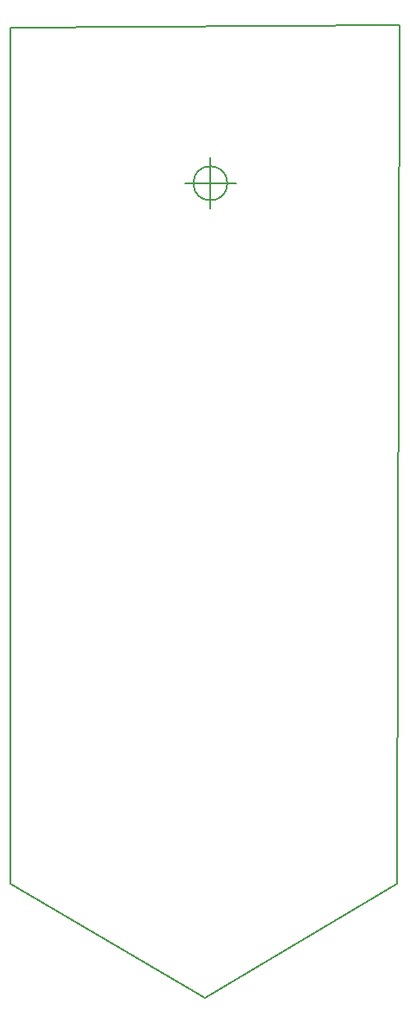
<source format=gbr>
%TF.GenerationSoftware,KiCad,Pcbnew,5.0.1-33cea8e~68~ubuntu18.04.1*%
%TF.CreationDate,2018-11-02T12:55:16-03:00*%
%TF.ProjectId,placa,706C6163612E6B696361645F70636200,rev?*%
%TF.SameCoordinates,Original*%
%TF.FileFunction,Legend,Bot*%
%TF.FilePolarity,Positive*%
%FSLAX46Y46*%
G04 Gerber Fmt 4.6, Leading zero omitted, Abs format (unit mm)*
G04 Created by KiCad (PCBNEW 5.0.1-33cea8e~68~ubuntu18.04.1) date sex 02 nov 2018 12:55:16 -03*
%MOMM*%
%LPD*%
G01*
G04 APERTURE LIST*
%ADD10C,0.150000*%
G04 APERTURE END LIST*
D10*
X124856666Y-42672000D02*
G75*
G03X124856666Y-42672000I-1666666J0D01*
G01*
X120690000Y-42672000D02*
X125690000Y-42672000D01*
X123190000Y-40172000D02*
X123190000Y-45172000D01*
X103632000Y-27432000D02*
X141732000Y-27178000D01*
X103632000Y-111252000D02*
X103632000Y-27432000D01*
X122682000Y-122428000D02*
X103632000Y-111252000D01*
X141478000Y-111252000D02*
X122682000Y-122428000D01*
X141478000Y-110998000D02*
X141478000Y-111252000D01*
X141732000Y-27178000D02*
X141478000Y-110998000D01*
M02*

</source>
